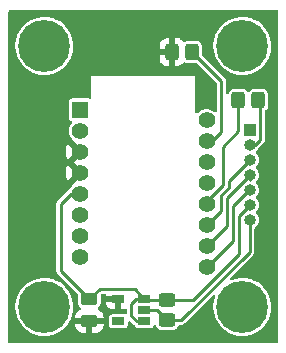
<source format=gbr>
G04 #@! TF.GenerationSoftware,KiCad,Pcbnew,(5.99.0-8366-gd64f1b3b25)*
G04 #@! TF.CreationDate,2021-01-13T01:42:35+02:00*
G04 #@! TF.ProjectId,board,626f6172-642e-46b6-9963-61645f706362,1.0.0*
G04 #@! TF.SameCoordinates,Original*
G04 #@! TF.FileFunction,Copper,L2,Bot*
G04 #@! TF.FilePolarity,Positive*
%FSLAX46Y46*%
G04 Gerber Fmt 4.6, Leading zero omitted, Abs format (unit mm)*
G04 Created by KiCad (PCBNEW (5.99.0-8366-gd64f1b3b25)) date 2021-01-13 01:42:35*
%MOMM*%
%LPD*%
G01*
G04 APERTURE LIST*
G04 Aperture macros list*
%AMRoundRect*
0 Rectangle with rounded corners*
0 $1 Rounding radius*
0 $2 $3 $4 $5 $6 $7 $8 $9 X,Y pos of 4 corners*
0 Add a 4 corners polygon primitive as box body*
4,1,4,$2,$3,$4,$5,$6,$7,$8,$9,$2,$3,0*
0 Add four circle primitives for the rounded corners*
1,1,$1+$1,$2,$3*
1,1,$1+$1,$4,$5*
1,1,$1+$1,$6,$7*
1,1,$1+$1,$8,$9*
0 Add four rect primitives between the rounded corners*
20,1,$1+$1,$2,$3,$4,$5,0*
20,1,$1+$1,$4,$5,$6,$7,0*
20,1,$1+$1,$6,$7,$8,$9,0*
20,1,$1+$1,$8,$9,$2,$3,0*%
G04 Aperture macros list end*
G04 #@! TA.AperFunction,ComponentPad*
%ADD10C,0.700000*%
G04 #@! TD*
G04 #@! TA.AperFunction,ComponentPad*
%ADD11C,4.400000*%
G04 #@! TD*
G04 #@! TA.AperFunction,ComponentPad*
%ADD12R,1.000000X1.000000*%
G04 #@! TD*
G04 #@! TA.AperFunction,ComponentPad*
%ADD13O,1.000000X1.000000*%
G04 #@! TD*
G04 #@! TA.AperFunction,ComponentPad*
%ADD14R,1.400000X1.400000*%
G04 #@! TD*
G04 #@! TA.AperFunction,ComponentPad*
%ADD15C,1.400000*%
G04 #@! TD*
G04 #@! TA.AperFunction,SMDPad,CuDef*
%ADD16RoundRect,0.250000X-0.450000X0.325000X-0.450000X-0.325000X0.450000X-0.325000X0.450000X0.325000X0*%
G04 #@! TD*
G04 #@! TA.AperFunction,SMDPad,CuDef*
%ADD17RoundRect,0.250000X-0.325000X-0.450000X0.325000X-0.450000X0.325000X0.450000X-0.325000X0.450000X0*%
G04 #@! TD*
G04 #@! TA.AperFunction,SMDPad,CuDef*
%ADD18R,1.060000X0.650000*%
G04 #@! TD*
G04 #@! TA.AperFunction,SMDPad,CuDef*
%ADD19RoundRect,0.250000X-0.450000X0.262500X-0.450000X-0.262500X0.450000X-0.262500X0.450000X0.262500X0*%
G04 #@! TD*
G04 #@! TA.AperFunction,Conductor*
%ADD20C,0.254000*%
G04 #@! TD*
G04 APERTURE END LIST*
D10*
X118213274Y-71223274D03*
X119380000Y-74040000D03*
X120546726Y-71223274D03*
X118213274Y-73556726D03*
X117730000Y-72390000D03*
X121030000Y-72390000D03*
D11*
X119380000Y-72390000D03*
D10*
X119380000Y-70740000D03*
X120546726Y-73556726D03*
X136144000Y-74040000D03*
D11*
X136144000Y-72390000D03*
D10*
X136144000Y-70740000D03*
X137310726Y-71223274D03*
X134977274Y-73556726D03*
X134977274Y-71223274D03*
X134494000Y-72390000D03*
X137794000Y-72390000D03*
X137310726Y-73556726D03*
D12*
X136779000Y-57404000D03*
D13*
X136779000Y-58674000D03*
X136779000Y-59944000D03*
X136779000Y-61214000D03*
X136779000Y-62484000D03*
X136779000Y-63754000D03*
X136779000Y-65024000D03*
D10*
X121030000Y-50292000D03*
X119380000Y-51942000D03*
X118213274Y-49125274D03*
X117730000Y-50292000D03*
X120546726Y-51458726D03*
X118213274Y-51458726D03*
D11*
X119380000Y-50292000D03*
D10*
X120546726Y-49125274D03*
X119380000Y-48642000D03*
D14*
X122412000Y-55681000D03*
D15*
X122412000Y-57461000D03*
X122412000Y-59241000D03*
X122412000Y-61021000D03*
X122412000Y-62801000D03*
X122412000Y-64581000D03*
X122412000Y-66361000D03*
X122412000Y-68141000D03*
X133112000Y-69031000D03*
X133112000Y-67251000D03*
X133112000Y-65471000D03*
X133112000Y-63691000D03*
X133112000Y-61911000D03*
X133112000Y-60131000D03*
X133112000Y-58351000D03*
X133112000Y-56571000D03*
D10*
X136144000Y-51942000D03*
X134494000Y-50292000D03*
X137794000Y-50292000D03*
X137310726Y-51458726D03*
D11*
X136144000Y-50292000D03*
D10*
X136144000Y-48642000D03*
X137310726Y-49125274D03*
X134977274Y-51458726D03*
X134977274Y-49125274D03*
D16*
X129794000Y-71794000D03*
X129794000Y-73494000D03*
D17*
X135802000Y-54864000D03*
X137502000Y-54864000D03*
X130214000Y-50800000D03*
X131914000Y-50800000D03*
D18*
X127846000Y-71694000D03*
X127846000Y-72644000D03*
X127846000Y-73594000D03*
X125646000Y-73594000D03*
X125646000Y-71694000D03*
D19*
X123190000Y-71731500D03*
X123190000Y-73556500D03*
D20*
X134493000Y-62063104D02*
X133112000Y-63444104D01*
X134493000Y-58801000D02*
X134493000Y-62063104D01*
X135802000Y-57492000D02*
X134493000Y-58801000D01*
X135802000Y-54864000D02*
X135802000Y-57492000D01*
X133112000Y-63444104D02*
X133112000Y-63691000D01*
X135802000Y-54864000D02*
X135770989Y-54895011D01*
X134366000Y-57531000D02*
X133546000Y-58351000D01*
X133546000Y-58351000D02*
X133112000Y-58351000D01*
X131914000Y-50800000D02*
X134366000Y-53252000D01*
X134366000Y-53252000D02*
X134366000Y-57531000D01*
X135382000Y-63847103D02*
X135382000Y-66761000D01*
X136779000Y-62484000D02*
X136745103Y-62484000D01*
X136745103Y-62484000D02*
X135382000Y-63847103D01*
X136779000Y-62484000D02*
X136525000Y-62484000D01*
X135382000Y-66761000D02*
X133112000Y-69031000D01*
X134874000Y-63119000D02*
X134874000Y-65489000D01*
X136779000Y-61214000D02*
X134874000Y-63119000D01*
X136779000Y-61214000D02*
X136745103Y-61214000D01*
X133112000Y-67070897D02*
X133112000Y-67251000D01*
X134874000Y-65489000D02*
X133112000Y-67251000D01*
X136779000Y-61214000D02*
X136779000Y-61602989D01*
X130976000Y-73494000D02*
X129794000Y-73494000D01*
X129794000Y-73494000D02*
X128944000Y-72644000D01*
X136779000Y-67691000D02*
X130976000Y-73494000D01*
X128944000Y-72644000D02*
X127846000Y-72644000D01*
X136779000Y-65024000D02*
X136779000Y-67691000D01*
X136779000Y-59944000D02*
X136779000Y-60261500D01*
X133112000Y-65135000D02*
X133112000Y-65471000D01*
X135001020Y-61721980D02*
X135001019Y-62273533D01*
X134365980Y-64217020D02*
X133112000Y-65471000D01*
X136779000Y-59944000D02*
X135001020Y-61721980D01*
X134365980Y-62908572D02*
X134365980Y-64217020D01*
X135001019Y-62273533D02*
X134365980Y-62908572D01*
X136779000Y-58674000D02*
X137194820Y-58674000D01*
X137194820Y-58674000D02*
X137668000Y-58200820D01*
X137668000Y-58200820D02*
X137668000Y-55030000D01*
X137668000Y-55030000D02*
X137502000Y-54864000D01*
X129794000Y-71794000D02*
X127946000Y-71794000D01*
X127846000Y-71694000D02*
X127018000Y-70866000D01*
X136779000Y-63754000D02*
X135890000Y-64643000D01*
X127188000Y-73594000D02*
X127846000Y-73594000D01*
X120777000Y-63627000D02*
X120777000Y-69318500D01*
X124055500Y-70866000D02*
X123190000Y-71731500D01*
X121603000Y-62801000D02*
X120777000Y-63627000D01*
X120777000Y-69318500D02*
X123190000Y-71731500D01*
X127168084Y-71694000D02*
X126746000Y-72116084D01*
X127018000Y-70866000D02*
X124055500Y-70866000D01*
X126746000Y-72116084D02*
X126746000Y-73152000D01*
X131957552Y-71794000D02*
X129794000Y-71794000D01*
X126746000Y-73152000D02*
X127188000Y-73594000D01*
X135890000Y-67861552D02*
X131957552Y-71794000D01*
X122412000Y-62801000D02*
X121603000Y-62801000D01*
X127846000Y-71694000D02*
X127168084Y-71694000D01*
X135890000Y-64643000D02*
X135890000Y-67861552D01*
G04 #@! TA.AperFunction,Conductor*
G36*
X139134121Y-47264002D02*
G01*
X139180614Y-47317658D01*
X139192000Y-47370000D01*
X139192000Y-75312000D01*
X139171998Y-75380121D01*
X139118342Y-75426614D01*
X139066000Y-75438000D01*
X116458000Y-75438000D01*
X116389879Y-75417998D01*
X116343386Y-75364342D01*
X116332000Y-75312000D01*
X116332000Y-72497282D01*
X116922841Y-72497282D01*
X116956389Y-72808630D01*
X117029227Y-73113192D01*
X117140174Y-73406030D01*
X117287430Y-73682398D01*
X117468610Y-73937814D01*
X117680775Y-74168138D01*
X117683848Y-74170721D01*
X117683850Y-74170723D01*
X117801626Y-74269724D01*
X117920486Y-74369636D01*
X117923860Y-74371806D01*
X117923861Y-74371807D01*
X118180489Y-74536876D01*
X118183858Y-74539043D01*
X118263616Y-74577000D01*
X118462551Y-74671674D01*
X118466621Y-74673611D01*
X118764190Y-74771159D01*
X118768116Y-74771912D01*
X118768122Y-74771913D01*
X118910077Y-74799120D01*
X119071743Y-74830106D01*
X119075742Y-74830354D01*
X119075749Y-74830355D01*
X119380279Y-74849247D01*
X119384293Y-74849496D01*
X119696773Y-74829015D01*
X119700712Y-74828246D01*
X119700718Y-74828245D01*
X120000183Y-74769764D01*
X120000191Y-74769762D01*
X120004118Y-74768995D01*
X120301345Y-74670409D01*
X120583636Y-74534854D01*
X120846415Y-74364530D01*
X120894882Y-74323500D01*
X121082359Y-74164788D01*
X121085422Y-74162195D01*
X121287676Y-73941087D01*
X121294070Y-73934097D01*
X121294071Y-73934095D01*
X121296782Y-73931132D01*
X121372181Y-73824048D01*
X121982000Y-73824048D01*
X121982000Y-73858223D01*
X121982424Y-73865524D01*
X121996617Y-73987255D01*
X121999963Y-74001410D01*
X122055263Y-74153761D01*
X122061773Y-74166760D01*
X122150641Y-74302306D01*
X122159965Y-74313458D01*
X122277629Y-74424922D01*
X122289276Y-74433635D01*
X122429429Y-74515043D01*
X122442754Y-74520837D01*
X122598700Y-74568068D01*
X122611323Y-74570516D01*
X122681184Y-74576751D01*
X122686779Y-74577000D01*
X122917885Y-74577000D01*
X122933124Y-74572525D01*
X122934329Y-74571135D01*
X122936000Y-74563452D01*
X122936000Y-73828615D01*
X122934659Y-73824048D01*
X123444000Y-73824048D01*
X123444000Y-74558885D01*
X123448475Y-74574124D01*
X123449865Y-74575329D01*
X123457548Y-74577000D01*
X123679223Y-74577000D01*
X123686524Y-74576576D01*
X123808255Y-74562383D01*
X123822410Y-74559037D01*
X123974761Y-74503737D01*
X123987760Y-74497227D01*
X124123306Y-74408359D01*
X124134458Y-74399035D01*
X124245922Y-74281371D01*
X124254635Y-74269724D01*
X124336043Y-74129571D01*
X124341837Y-74116246D01*
X124389068Y-73960300D01*
X124391516Y-73947677D01*
X124397751Y-73877816D01*
X124398000Y-73872221D01*
X124398000Y-73828615D01*
X124393525Y-73813376D01*
X124392135Y-73812171D01*
X124384452Y-73810500D01*
X123462115Y-73810500D01*
X123446876Y-73814975D01*
X123445671Y-73816365D01*
X123444000Y-73824048D01*
X122934659Y-73824048D01*
X122931525Y-73813376D01*
X122930135Y-73812171D01*
X122922452Y-73810500D01*
X122000115Y-73810500D01*
X121984876Y-73814975D01*
X121983671Y-73816365D01*
X121982000Y-73824048D01*
X121372181Y-73824048D01*
X121477068Y-73675085D01*
X121623359Y-73398206D01*
X121733283Y-73104982D01*
X121738493Y-73082858D01*
X121804137Y-72804075D01*
X121805057Y-72800168D01*
X121831315Y-72548229D01*
X121837245Y-72491335D01*
X121837245Y-72491330D01*
X121837519Y-72488704D01*
X121839500Y-72390000D01*
X121826371Y-72184194D01*
X121819820Y-72081494D01*
X121819819Y-72081490D01*
X121819564Y-72077485D01*
X121817983Y-72069309D01*
X121760843Y-71773972D01*
X121760842Y-71773968D01*
X121760081Y-71770035D01*
X121662013Y-71472637D01*
X121645612Y-71438329D01*
X121528688Y-71193740D01*
X121528686Y-71193737D01*
X121526952Y-71190109D01*
X121475683Y-71110707D01*
X121359260Y-70930399D01*
X121359255Y-70930393D01*
X121357086Y-70927033D01*
X121155169Y-70687674D01*
X121016740Y-70560605D01*
X120927433Y-70478626D01*
X120927431Y-70478624D01*
X120924475Y-70475911D01*
X120668743Y-70295178D01*
X120392120Y-70148404D01*
X120388363Y-70146988D01*
X120102849Y-70039385D01*
X120102843Y-70039383D01*
X120099088Y-70037968D01*
X119952728Y-70003235D01*
X119798316Y-69966591D01*
X119798311Y-69966590D01*
X119794400Y-69965662D01*
X119482993Y-69932657D01*
X119478992Y-69932744D01*
X119478985Y-69932744D01*
X119173934Y-69939401D01*
X119173929Y-69939401D01*
X119169917Y-69939489D01*
X119165946Y-69940086D01*
X118864217Y-69985449D01*
X118864215Y-69985449D01*
X118860247Y-69986046D01*
X118856389Y-69987141D01*
X118856386Y-69987142D01*
X118743330Y-70019240D01*
X118559002Y-70071573D01*
X118271067Y-70194685D01*
X118267613Y-70196715D01*
X118267606Y-70196719D01*
X118124814Y-70280663D01*
X118001108Y-70353386D01*
X117753503Y-70545102D01*
X117532266Y-70766726D01*
X117529812Y-70769907D01*
X117529811Y-70769908D01*
X117343522Y-71011373D01*
X117340982Y-71014665D01*
X117338945Y-71018144D01*
X117204505Y-71247751D01*
X117182753Y-71284900D01*
X117181185Y-71288585D01*
X117181183Y-71288589D01*
X117133049Y-71401712D01*
X117060144Y-71573050D01*
X116975142Y-71874443D01*
X116929126Y-72184194D01*
X116929046Y-72188203D01*
X116929045Y-72188209D01*
X116923594Y-72459792D01*
X116922841Y-72497282D01*
X116332000Y-72497282D01*
X116332000Y-69300293D01*
X120390930Y-69300293D01*
X120392154Y-69310633D01*
X120394627Y-69331532D01*
X120395018Y-69338163D01*
X120395072Y-69338159D01*
X120395500Y-69343335D01*
X120395500Y-69348540D01*
X120396355Y-69353676D01*
X120398954Y-69369294D01*
X120399791Y-69375170D01*
X120405846Y-69426330D01*
X120409828Y-69434623D01*
X120411338Y-69443694D01*
X120416281Y-69452855D01*
X120416282Y-69452858D01*
X120435798Y-69489026D01*
X120438475Y-69494279D01*
X120460785Y-69540739D01*
X120466415Y-69547438D01*
X120468351Y-69549374D01*
X120468371Y-69549396D01*
X120471605Y-69555389D01*
X120479251Y-69562457D01*
X120506321Y-69587480D01*
X120509887Y-69590910D01*
X122201826Y-71282848D01*
X122235851Y-71345160D01*
X122236597Y-71392017D01*
X122236096Y-71393691D01*
X122235500Y-71401712D01*
X122235500Y-72028914D01*
X122240111Y-72061113D01*
X122243571Y-72085269D01*
X122250979Y-72137000D01*
X122310771Y-72268504D01*
X122405067Y-72377941D01*
X122421677Y-72388707D01*
X122467958Y-72442543D01*
X122477787Y-72512856D01*
X122448042Y-72577321D01*
X122409558Y-72607101D01*
X122392236Y-72615775D01*
X122256694Y-72704641D01*
X122245542Y-72713965D01*
X122134078Y-72831629D01*
X122125365Y-72843276D01*
X122043957Y-72983429D01*
X122038163Y-72996754D01*
X121990932Y-73152700D01*
X121988484Y-73165323D01*
X121982249Y-73235184D01*
X121982000Y-73240779D01*
X121982000Y-73284385D01*
X121986475Y-73299624D01*
X121987865Y-73300829D01*
X121995548Y-73302500D01*
X124379885Y-73302500D01*
X124395124Y-73298025D01*
X124396329Y-73296635D01*
X124398000Y-73288952D01*
X124398000Y-73254777D01*
X124397576Y-73247476D01*
X124383383Y-73125745D01*
X124380037Y-73111590D01*
X124324737Y-72959239D01*
X124318227Y-72946240D01*
X124229359Y-72810694D01*
X124220035Y-72799542D01*
X124102371Y-72688078D01*
X124090724Y-72679365D01*
X123960929Y-72603973D01*
X123912071Y-72552462D01*
X123898817Y-72482713D01*
X123925377Y-72416872D01*
X123941968Y-72399566D01*
X124017137Y-72334797D01*
X124017142Y-72334792D01*
X124023941Y-72328933D01*
X124102513Y-72207711D01*
X124143904Y-72069309D01*
X124144500Y-72061288D01*
X124144500Y-71961548D01*
X124603000Y-71961548D01*
X124603000Y-72016743D01*
X124603161Y-72021250D01*
X124607740Y-72085269D01*
X124610126Y-72098491D01*
X124646819Y-72223458D01*
X124654233Y-72239692D01*
X124723426Y-72347360D01*
X124735112Y-72360847D01*
X124831840Y-72444662D01*
X124846848Y-72454307D01*
X124963275Y-72507477D01*
X124980388Y-72512502D01*
X125111554Y-72531361D01*
X125120495Y-72532000D01*
X125373885Y-72532000D01*
X125389124Y-72527525D01*
X125390329Y-72526135D01*
X125392000Y-72518452D01*
X125392000Y-71966115D01*
X125387525Y-71950876D01*
X125386135Y-71949671D01*
X125378452Y-71948000D01*
X124621115Y-71948000D01*
X124605876Y-71952475D01*
X124604671Y-71953865D01*
X124603000Y-71961548D01*
X124144500Y-71961548D01*
X124144500Y-71434086D01*
X124138707Y-71393637D01*
X124148851Y-71323371D01*
X124174340Y-71286683D01*
X124176618Y-71284405D01*
X124238930Y-71250379D01*
X124265713Y-71247500D01*
X124477000Y-71247500D01*
X124545121Y-71267502D01*
X124591614Y-71321158D01*
X124603000Y-71373500D01*
X124603000Y-71421885D01*
X124607475Y-71437124D01*
X124608865Y-71438329D01*
X124616548Y-71440000D01*
X125774000Y-71440000D01*
X125842121Y-71460002D01*
X125888614Y-71513658D01*
X125900000Y-71566000D01*
X125900000Y-72513885D01*
X125904475Y-72529124D01*
X125905865Y-72530329D01*
X125913548Y-72532000D01*
X126173743Y-72532000D01*
X126178253Y-72531839D01*
X126229512Y-72528173D01*
X126298886Y-72543265D01*
X126349088Y-72593467D01*
X126364500Y-72653852D01*
X126364500Y-72893463D01*
X126344498Y-72961584D01*
X126290842Y-73008077D01*
X126213920Y-73017042D01*
X126182071Y-73010707D01*
X126182065Y-73010706D01*
X126176000Y-73009500D01*
X125116000Y-73009500D01*
X125016694Y-73029253D01*
X124932506Y-73085506D01*
X124876253Y-73169694D01*
X124856500Y-73269000D01*
X124856500Y-73919000D01*
X124876253Y-74018306D01*
X124932506Y-74102494D01*
X125016694Y-74158747D01*
X125116000Y-74178500D01*
X126176000Y-74178500D01*
X126275306Y-74158747D01*
X126359494Y-74102494D01*
X126415747Y-74018306D01*
X126435500Y-73919000D01*
X126435500Y-73685214D01*
X126455502Y-73617093D01*
X126509158Y-73570600D01*
X126579432Y-73560496D01*
X126644012Y-73589990D01*
X126650595Y-73596118D01*
X126880869Y-73826391D01*
X126893932Y-73842567D01*
X126896487Y-73845375D01*
X126902133Y-73854119D01*
X126910308Y-73860564D01*
X126910310Y-73860566D01*
X126926844Y-73873600D01*
X126931806Y-73878010D01*
X126931842Y-73877968D01*
X126935799Y-73881321D01*
X126939480Y-73885002D01*
X126943712Y-73888026D01*
X126956598Y-73897235D01*
X126961344Y-73900798D01*
X127001802Y-73932693D01*
X127010483Y-73935741D01*
X127017963Y-73941087D01*
X127018664Y-73941297D01*
X127065908Y-73988797D01*
X127071567Y-74000666D01*
X127073832Y-74006134D01*
X127076253Y-74018306D01*
X127132506Y-74102494D01*
X127216694Y-74158747D01*
X127316000Y-74178500D01*
X128376000Y-74178500D01*
X128475306Y-74158747D01*
X128559494Y-74102494D01*
X128615747Y-74018306D01*
X128620013Y-73996859D01*
X128652919Y-73933949D01*
X128714614Y-73898817D01*
X128785509Y-73902616D01*
X128843095Y-73944140D01*
X128858292Y-73969287D01*
X128914771Y-74093504D01*
X128920631Y-74100305D01*
X128934367Y-74116246D01*
X129009067Y-74202941D01*
X129130289Y-74281513D01*
X129199816Y-74302306D01*
X129262150Y-74320948D01*
X129262152Y-74320948D01*
X129268691Y-74322904D01*
X129276712Y-74323500D01*
X130278914Y-74323500D01*
X130321403Y-74317415D01*
X130378107Y-74309295D01*
X130378110Y-74309294D01*
X130387000Y-74308021D01*
X130395176Y-74304304D01*
X130395178Y-74304303D01*
X130445613Y-74281371D01*
X130518504Y-74248229D01*
X130627941Y-74153933D01*
X130706513Y-74032711D01*
X130709085Y-74024109D01*
X130709087Y-74024106D01*
X130726644Y-73965398D01*
X130765326Y-73905864D01*
X130830053Y-73876694D01*
X130847361Y-73875500D01*
X130923155Y-73875500D01*
X130943828Y-73877700D01*
X130947613Y-73877878D01*
X130957793Y-73880070D01*
X130989032Y-73876373D01*
X130995663Y-73875982D01*
X130995659Y-73875928D01*
X131000835Y-73875500D01*
X131006040Y-73875500D01*
X131026792Y-73872046D01*
X131032670Y-73871209D01*
X131073490Y-73866378D01*
X131073491Y-73866378D01*
X131083830Y-73865154D01*
X131092123Y-73861172D01*
X131101194Y-73859662D01*
X131110355Y-73854719D01*
X131110358Y-73854718D01*
X131146526Y-73835202D01*
X131151779Y-73832525D01*
X131198239Y-73810215D01*
X131204938Y-73804585D01*
X131206874Y-73802649D01*
X131206896Y-73802629D01*
X131212889Y-73799395D01*
X131244981Y-73764678D01*
X131248410Y-73761113D01*
X133651850Y-71357673D01*
X133714162Y-71323647D01*
X133784977Y-71328712D01*
X133841813Y-71371259D01*
X133866624Y-71437779D01*
X133856886Y-71496101D01*
X133824144Y-71573050D01*
X133739142Y-71874443D01*
X133693126Y-72184194D01*
X133693046Y-72188203D01*
X133693045Y-72188209D01*
X133687594Y-72459792D01*
X133686841Y-72497282D01*
X133720389Y-72808630D01*
X133793227Y-73113192D01*
X133904174Y-73406030D01*
X134051430Y-73682398D01*
X134232610Y-73937814D01*
X134444775Y-74168138D01*
X134447848Y-74170721D01*
X134447850Y-74170723D01*
X134565626Y-74269724D01*
X134684486Y-74369636D01*
X134687860Y-74371806D01*
X134687861Y-74371807D01*
X134944489Y-74536876D01*
X134947858Y-74539043D01*
X135027616Y-74577000D01*
X135226551Y-74671674D01*
X135230621Y-74673611D01*
X135528190Y-74771159D01*
X135532116Y-74771912D01*
X135532122Y-74771913D01*
X135674077Y-74799120D01*
X135835743Y-74830106D01*
X135839742Y-74830354D01*
X135839749Y-74830355D01*
X136144279Y-74849247D01*
X136148293Y-74849496D01*
X136460773Y-74829015D01*
X136464712Y-74828246D01*
X136464718Y-74828245D01*
X136764183Y-74769764D01*
X136764191Y-74769762D01*
X136768118Y-74768995D01*
X137065345Y-74670409D01*
X137347636Y-74534854D01*
X137610415Y-74364530D01*
X137658882Y-74323500D01*
X137846359Y-74164788D01*
X137849422Y-74162195D01*
X138051676Y-73941087D01*
X138058070Y-73934097D01*
X138058071Y-73934095D01*
X138060782Y-73931132D01*
X138241068Y-73675085D01*
X138387359Y-73398206D01*
X138497283Y-73104982D01*
X138502493Y-73082858D01*
X138568137Y-72804075D01*
X138569057Y-72800168D01*
X138595315Y-72548229D01*
X138601245Y-72491335D01*
X138601245Y-72491330D01*
X138601519Y-72488704D01*
X138603500Y-72390000D01*
X138590371Y-72184194D01*
X138583820Y-72081494D01*
X138583819Y-72081490D01*
X138583564Y-72077485D01*
X138581983Y-72069309D01*
X138524843Y-71773972D01*
X138524842Y-71773968D01*
X138524081Y-71770035D01*
X138426013Y-71472637D01*
X138409612Y-71438329D01*
X138292688Y-71193740D01*
X138292686Y-71193737D01*
X138290952Y-71190109D01*
X138239683Y-71110707D01*
X138123260Y-70930399D01*
X138123255Y-70930393D01*
X138121086Y-70927033D01*
X137919169Y-70687674D01*
X137780740Y-70560605D01*
X137691433Y-70478626D01*
X137691431Y-70478624D01*
X137688475Y-70475911D01*
X137432743Y-70295178D01*
X137156120Y-70148404D01*
X137152363Y-70146988D01*
X136866849Y-70039385D01*
X136866843Y-70039383D01*
X136863088Y-70037968D01*
X136716728Y-70003235D01*
X136562316Y-69966591D01*
X136562311Y-69966590D01*
X136558400Y-69965662D01*
X136246993Y-69932657D01*
X136242992Y-69932744D01*
X136242985Y-69932744D01*
X135937934Y-69939401D01*
X135937929Y-69939401D01*
X135933917Y-69939489D01*
X135929946Y-69940086D01*
X135628217Y-69985449D01*
X135628215Y-69985449D01*
X135624247Y-69986046D01*
X135620389Y-69987141D01*
X135620386Y-69987142D01*
X135507330Y-70019240D01*
X135323002Y-70071573D01*
X135319314Y-70073150D01*
X135250553Y-70102550D01*
X135180054Y-70110940D01*
X135116210Y-70079883D01*
X135079292Y-70019240D01*
X135081021Y-69948264D01*
X135111922Y-69897601D01*
X137011393Y-67998130D01*
X137027566Y-67985068D01*
X137030371Y-67982515D01*
X137039119Y-67976867D01*
X137045564Y-67968692D01*
X137045566Y-67968690D01*
X137058596Y-67952161D01*
X137063011Y-67947193D01*
X137062969Y-67947158D01*
X137066322Y-67943201D01*
X137070003Y-67939520D01*
X137082244Y-67922391D01*
X137085807Y-67917645D01*
X137111245Y-67885378D01*
X137111246Y-67885375D01*
X137117693Y-67877198D01*
X137120741Y-67868518D01*
X137126087Y-67861037D01*
X137129071Y-67851059D01*
X137129073Y-67851055D01*
X137140838Y-67811714D01*
X137142673Y-67806066D01*
X137157118Y-67764933D01*
X137157119Y-67764930D01*
X137159745Y-67757451D01*
X137160500Y-67748733D01*
X137160500Y-67746024D01*
X137160503Y-67745959D01*
X137162452Y-67739441D01*
X137160597Y-67692230D01*
X137160500Y-67687284D01*
X137160500Y-65748739D01*
X137180502Y-65680618D01*
X137212619Y-65646672D01*
X137217962Y-65642804D01*
X137224350Y-65639227D01*
X137353938Y-65520273D01*
X137452685Y-65374698D01*
X137515294Y-65210311D01*
X137534400Y-65066160D01*
X137537894Y-65039794D01*
X137537894Y-65039792D01*
X137538406Y-65035930D01*
X137538500Y-65024000D01*
X137518129Y-64849277D01*
X137458110Y-64683927D01*
X137361662Y-64536819D01*
X137356351Y-64531788D01*
X137356347Y-64531783D01*
X137302331Y-64480614D01*
X137266632Y-64419245D01*
X137269779Y-64348319D01*
X137303777Y-64296319D01*
X137348546Y-64255224D01*
X137348552Y-64255217D01*
X137353938Y-64250273D01*
X137452685Y-64104698D01*
X137515294Y-63940311D01*
X137522472Y-63886157D01*
X137537894Y-63769794D01*
X137537894Y-63769792D01*
X137538406Y-63765930D01*
X137538500Y-63754000D01*
X137537815Y-63748119D01*
X137518977Y-63586550D01*
X137518129Y-63579277D01*
X137458110Y-63413927D01*
X137361662Y-63266819D01*
X137356351Y-63261788D01*
X137356347Y-63261783D01*
X137302331Y-63210614D01*
X137266632Y-63149245D01*
X137269779Y-63078319D01*
X137303777Y-63026319D01*
X137348546Y-62985224D01*
X137348552Y-62985217D01*
X137353938Y-62980273D01*
X137452685Y-62834698D01*
X137515294Y-62670311D01*
X137531435Y-62548531D01*
X137537894Y-62499794D01*
X137537894Y-62499792D01*
X137538406Y-62495930D01*
X137538438Y-62491934D01*
X137538469Y-62487914D01*
X137538500Y-62484000D01*
X137532827Y-62435338D01*
X137518977Y-62316550D01*
X137518129Y-62309277D01*
X137472623Y-62183910D01*
X137460607Y-62150806D01*
X137458110Y-62143927D01*
X137361662Y-61996819D01*
X137356351Y-61991788D01*
X137356347Y-61991783D01*
X137302331Y-61940614D01*
X137266632Y-61879245D01*
X137269779Y-61808319D01*
X137303777Y-61756319D01*
X137348546Y-61715224D01*
X137348552Y-61715217D01*
X137353938Y-61710273D01*
X137452685Y-61564698D01*
X137515294Y-61400311D01*
X137525103Y-61326306D01*
X137537894Y-61229794D01*
X137537894Y-61229792D01*
X137538406Y-61225930D01*
X137538500Y-61214000D01*
X137531132Y-61150798D01*
X137518977Y-61046550D01*
X137518129Y-61039277D01*
X137479155Y-60931905D01*
X137460607Y-60880806D01*
X137458110Y-60873927D01*
X137361662Y-60726819D01*
X137356351Y-60721788D01*
X137356347Y-60721783D01*
X137302331Y-60670614D01*
X137266632Y-60609245D01*
X137269779Y-60538319D01*
X137303777Y-60486319D01*
X137348546Y-60445224D01*
X137348552Y-60445217D01*
X137353938Y-60440273D01*
X137452685Y-60294698D01*
X137515294Y-60130311D01*
X137538406Y-59955930D01*
X137538500Y-59944000D01*
X137537809Y-59938066D01*
X137518977Y-59776550D01*
X137518129Y-59769277D01*
X137515631Y-59762395D01*
X137460607Y-59610806D01*
X137458110Y-59603927D01*
X137361662Y-59456819D01*
X137356351Y-59451788D01*
X137356347Y-59451783D01*
X137302331Y-59400614D01*
X137266632Y-59339245D01*
X137269779Y-59268319D01*
X137303777Y-59216319D01*
X137348546Y-59175224D01*
X137348552Y-59175217D01*
X137353938Y-59170273D01*
X137452685Y-59024698D01*
X137485561Y-58938378D01*
X137514214Y-58894129D01*
X137900391Y-58507951D01*
X137916567Y-58494888D01*
X137919375Y-58492333D01*
X137928119Y-58486687D01*
X137934564Y-58478512D01*
X137934566Y-58478510D01*
X137947600Y-58461976D01*
X137952011Y-58457013D01*
X137951969Y-58456977D01*
X137955323Y-58453019D01*
X137959003Y-58449339D01*
X137962025Y-58445111D01*
X137962032Y-58445102D01*
X137971250Y-58432203D01*
X137974812Y-58427459D01*
X138000245Y-58395197D01*
X138006693Y-58387018D01*
X138009741Y-58378338D01*
X138015088Y-58370856D01*
X138029845Y-58321512D01*
X138031680Y-58315864D01*
X138046119Y-58274750D01*
X138046120Y-58274746D01*
X138048745Y-58267271D01*
X138049500Y-58258553D01*
X138049500Y-58255812D01*
X138049501Y-58255787D01*
X138051453Y-58249261D01*
X138049597Y-58202025D01*
X138049500Y-58197079D01*
X138049500Y-55843960D01*
X138069502Y-55775839D01*
X138101818Y-55743594D01*
X138101504Y-55743229D01*
X138106488Y-55738935D01*
X138106491Y-55738932D01*
X138210941Y-55648933D01*
X138289513Y-55527711D01*
X138330904Y-55389309D01*
X138331500Y-55381288D01*
X138331500Y-54379086D01*
X138324127Y-54327601D01*
X138317295Y-54279893D01*
X138317294Y-54279890D01*
X138316021Y-54271000D01*
X138256229Y-54139496D01*
X138161933Y-54030059D01*
X138040711Y-53951487D01*
X137943793Y-53922502D01*
X137908850Y-53912052D01*
X137908848Y-53912052D01*
X137902309Y-53910096D01*
X137894288Y-53909500D01*
X137142086Y-53909500D01*
X137099597Y-53915585D01*
X137042893Y-53923705D01*
X137042890Y-53923706D01*
X137034000Y-53924979D01*
X137025824Y-53928696D01*
X137025822Y-53928697D01*
X136981358Y-53948914D01*
X136902496Y-53984771D01*
X136793059Y-54079067D01*
X136760078Y-54129951D01*
X136706245Y-54176232D01*
X136635932Y-54186063D01*
X136571467Y-54156319D01*
X136556659Y-54139125D01*
X136556229Y-54139496D01*
X136510648Y-54086596D01*
X136461933Y-54030059D01*
X136340711Y-53951487D01*
X136243793Y-53922502D01*
X136208850Y-53912052D01*
X136208848Y-53912052D01*
X136202309Y-53910096D01*
X136194288Y-53909500D01*
X135442086Y-53909500D01*
X135399597Y-53915585D01*
X135342893Y-53923705D01*
X135342890Y-53923706D01*
X135334000Y-53924979D01*
X135325824Y-53928696D01*
X135325822Y-53928697D01*
X135281358Y-53948914D01*
X135202496Y-53984771D01*
X135093059Y-54079067D01*
X135014487Y-54200289D01*
X135011915Y-54208891D01*
X135011913Y-54208894D01*
X134994217Y-54268067D01*
X134955535Y-54327601D01*
X134890808Y-54356771D01*
X134820585Y-54346316D01*
X134767163Y-54299555D01*
X134747500Y-54231965D01*
X134747500Y-53304850D01*
X134749702Y-53284160D01*
X134749880Y-53280384D01*
X134752071Y-53270207D01*
X134748373Y-53238962D01*
X134747982Y-53232335D01*
X134747928Y-53232339D01*
X134747500Y-53227160D01*
X134747500Y-53221960D01*
X134746647Y-53216834D01*
X134746646Y-53216825D01*
X134744046Y-53201205D01*
X134743209Y-53195329D01*
X134738378Y-53154510D01*
X134738378Y-53154509D01*
X134737154Y-53144170D01*
X134733172Y-53135877D01*
X134731662Y-53126806D01*
X134726717Y-53117641D01*
X134726715Y-53117636D01*
X134707208Y-53081484D01*
X134704511Y-53076191D01*
X134685647Y-53036905D01*
X134685645Y-53036901D01*
X134682216Y-53029761D01*
X134676585Y-53023062D01*
X134674647Y-53021124D01*
X134674629Y-53021105D01*
X134671395Y-53015111D01*
X134636678Y-52983019D01*
X134633113Y-52979590D01*
X132780405Y-51126882D01*
X132746379Y-51064570D01*
X132743500Y-51037787D01*
X132743500Y-50399282D01*
X133686841Y-50399282D01*
X133720389Y-50710630D01*
X133793227Y-51015192D01*
X133904174Y-51308030D01*
X134051430Y-51584398D01*
X134232610Y-51839814D01*
X134444775Y-52070138D01*
X134684486Y-52271636D01*
X134687860Y-52273806D01*
X134687861Y-52273807D01*
X134944489Y-52438876D01*
X134947858Y-52441043D01*
X135116025Y-52521074D01*
X135226551Y-52573674D01*
X135230621Y-52575611D01*
X135528190Y-52673159D01*
X135532116Y-52673912D01*
X135532122Y-52673913D01*
X135674077Y-52701120D01*
X135835743Y-52732106D01*
X135839742Y-52732354D01*
X135839749Y-52732355D01*
X136144279Y-52751247D01*
X136148293Y-52751496D01*
X136460773Y-52731015D01*
X136464712Y-52730246D01*
X136464718Y-52730245D01*
X136764183Y-52671764D01*
X136764191Y-52671762D01*
X136768118Y-52670995D01*
X137065345Y-52572409D01*
X137347636Y-52436854D01*
X137610415Y-52266530D01*
X137849422Y-52064195D01*
X138039935Y-51855922D01*
X138058070Y-51836097D01*
X138058071Y-51836095D01*
X138060782Y-51833132D01*
X138241068Y-51577085D01*
X138387359Y-51300206D01*
X138497283Y-51006982D01*
X138569057Y-50702168D01*
X138601519Y-50390704D01*
X138603500Y-50292000D01*
X138590210Y-50083670D01*
X138583820Y-49983494D01*
X138583819Y-49983490D01*
X138583564Y-49979485D01*
X138582283Y-49972859D01*
X138524843Y-49675972D01*
X138524842Y-49675968D01*
X138524081Y-49672035D01*
X138426013Y-49374637D01*
X138338030Y-49190589D01*
X138292688Y-49095740D01*
X138292686Y-49095737D01*
X138290952Y-49092109D01*
X138179916Y-48920144D01*
X138123260Y-48832399D01*
X138123255Y-48832393D01*
X138121086Y-48829033D01*
X137919169Y-48589674D01*
X137766954Y-48449950D01*
X137691433Y-48380626D01*
X137691431Y-48380624D01*
X137688475Y-48377911D01*
X137432743Y-48197178D01*
X137156120Y-48050404D01*
X137152363Y-48048988D01*
X136866849Y-47941385D01*
X136866843Y-47941383D01*
X136863088Y-47939968D01*
X136801710Y-47925402D01*
X136562316Y-47868591D01*
X136562311Y-47868590D01*
X136558400Y-47867662D01*
X136246993Y-47834657D01*
X136242992Y-47834744D01*
X136242985Y-47834744D01*
X135937934Y-47841401D01*
X135937929Y-47841401D01*
X135933917Y-47841489D01*
X135929946Y-47842086D01*
X135628217Y-47887449D01*
X135628215Y-47887449D01*
X135624247Y-47888046D01*
X135620389Y-47889141D01*
X135620386Y-47889142D01*
X135444638Y-47939039D01*
X135323002Y-47973573D01*
X135035067Y-48096685D01*
X135031613Y-48098715D01*
X135031606Y-48098719D01*
X134878396Y-48188787D01*
X134765108Y-48255386D01*
X134517503Y-48447102D01*
X134296266Y-48668726D01*
X134293812Y-48671907D01*
X134293811Y-48671908D01*
X134172590Y-48829033D01*
X134104982Y-48916665D01*
X134102945Y-48920144D01*
X134004232Y-49088734D01*
X133946753Y-49186900D01*
X133824144Y-49475050D01*
X133739142Y-49776443D01*
X133693126Y-50086194D01*
X133693046Y-50090203D01*
X133693045Y-50090209D01*
X133688899Y-50296779D01*
X133686841Y-50399282D01*
X132743500Y-50399282D01*
X132743500Y-50315086D01*
X132737415Y-50272597D01*
X132729295Y-50215893D01*
X132729294Y-50215890D01*
X132728021Y-50207000D01*
X132668229Y-50075496D01*
X132573933Y-49966059D01*
X132452711Y-49887487D01*
X132345894Y-49855542D01*
X132320850Y-49848052D01*
X132320848Y-49848052D01*
X132314309Y-49846096D01*
X132306288Y-49845500D01*
X131554086Y-49845500D01*
X131511597Y-49851585D01*
X131454893Y-49859705D01*
X131454890Y-49859706D01*
X131446000Y-49860979D01*
X131437824Y-49864696D01*
X131437822Y-49864697D01*
X131433437Y-49866691D01*
X131314496Y-49920771D01*
X131311531Y-49923326D01*
X131245813Y-49942464D01*
X131177737Y-49922311D01*
X131140720Y-49885548D01*
X131128357Y-49866691D01*
X131119035Y-49855542D01*
X131001371Y-49744078D01*
X130989724Y-49735365D01*
X130849571Y-49653957D01*
X130836246Y-49648163D01*
X130680300Y-49600932D01*
X130667677Y-49598484D01*
X130597816Y-49592249D01*
X130592221Y-49592000D01*
X130486115Y-49592000D01*
X130470876Y-49596475D01*
X130469671Y-49597865D01*
X130468000Y-49605548D01*
X130468000Y-51989885D01*
X130472475Y-52005124D01*
X130473865Y-52006329D01*
X130481548Y-52008000D01*
X130578223Y-52008000D01*
X130585524Y-52007576D01*
X130707255Y-51993383D01*
X130721410Y-51990037D01*
X130873761Y-51934737D01*
X130886760Y-51928227D01*
X131022306Y-51839359D01*
X131033458Y-51830035D01*
X131144922Y-51712371D01*
X131149507Y-51706242D01*
X131206328Y-51663676D01*
X131277142Y-51658587D01*
X131318933Y-51675985D01*
X131375289Y-51712513D01*
X131444816Y-51733306D01*
X131507150Y-51751948D01*
X131507152Y-51751948D01*
X131513691Y-51753904D01*
X131521712Y-51754500D01*
X132273914Y-51754500D01*
X132273914Y-51755993D01*
X132337015Y-51769740D01*
X132365691Y-51791214D01*
X133947595Y-53373118D01*
X133981621Y-53435430D01*
X133984500Y-53462213D01*
X133984500Y-55783819D01*
X133964498Y-55851940D01*
X133910842Y-55898433D01*
X133840568Y-55908537D01*
X133773736Y-55876098D01*
X133773690Y-55876157D01*
X133620458Y-55757298D01*
X133446455Y-55671678D01*
X133440277Y-55670069D01*
X133440275Y-55670068D01*
X133264972Y-55624405D01*
X133264969Y-55624405D01*
X133258790Y-55622795D01*
X133175491Y-55618430D01*
X133071510Y-55612980D01*
X133071506Y-55612980D01*
X133065129Y-55612646D01*
X132925987Y-55633689D01*
X132879696Y-55640689D01*
X132879695Y-55640689D01*
X132873382Y-55641644D01*
X132867393Y-55643847D01*
X132867391Y-55643848D01*
X132796128Y-55670068D01*
X132691383Y-55708607D01*
X132526566Y-55810798D01*
X132385663Y-55944043D01*
X132382906Y-55947980D01*
X132323729Y-55986170D01*
X132252732Y-55986306D01*
X132192933Y-55948036D01*
X132163317Y-55883512D01*
X132162000Y-55865342D01*
X132162000Y-52885612D01*
X132161861Y-52885184D01*
X132161861Y-52868553D01*
X132152086Y-52855099D01*
X132152421Y-52854856D01*
X132151831Y-52854315D01*
X132146947Y-52839283D01*
X132134661Y-52830357D01*
X132134660Y-52830356D01*
X132133492Y-52829508D01*
X132133735Y-52829173D01*
X132133007Y-52828840D01*
X132123717Y-52816053D01*
X132107901Y-52810914D01*
X132108028Y-52810523D01*
X132107238Y-52810432D01*
X132094447Y-52801139D01*
X132078266Y-52801139D01*
X132077672Y-52801092D01*
X132077388Y-52801000D01*
X123446612Y-52801000D01*
X123446184Y-52801139D01*
X123429553Y-52801139D01*
X123416099Y-52810914D01*
X123415856Y-52810579D01*
X123415315Y-52811169D01*
X123400283Y-52816053D01*
X123391357Y-52828339D01*
X123391356Y-52828340D01*
X123390508Y-52829508D01*
X123390173Y-52829265D01*
X123389840Y-52829993D01*
X123377053Y-52839283D01*
X123371914Y-52855099D01*
X123371523Y-52854972D01*
X123371432Y-52855762D01*
X123362139Y-52868553D01*
X123362139Y-52884734D01*
X123362092Y-52885328D01*
X123362000Y-52885612D01*
X123362000Y-54617721D01*
X123341998Y-54685842D01*
X123288342Y-54732335D01*
X123218068Y-54742439D01*
X123211433Y-54740613D01*
X123211306Y-54741253D01*
X123118068Y-54722707D01*
X123112000Y-54721500D01*
X121712000Y-54721500D01*
X121612694Y-54741253D01*
X121528506Y-54797506D01*
X121472253Y-54881694D01*
X121452500Y-54981000D01*
X121452500Y-56381000D01*
X121472253Y-56480306D01*
X121528506Y-56564494D01*
X121612694Y-56620747D01*
X121624866Y-56623168D01*
X121636331Y-56627917D01*
X121635448Y-56630050D01*
X121683622Y-56655249D01*
X121718755Y-56716943D01*
X121714955Y-56787838D01*
X121691514Y-56828251D01*
X121690298Y-56829660D01*
X121685663Y-56834043D01*
X121574431Y-56992899D01*
X121523777Y-57109955D01*
X121501239Y-57162038D01*
X121497414Y-57170876D01*
X121496108Y-57177126D01*
X121496108Y-57177127D01*
X121460012Y-57349908D01*
X121457756Y-57360705D01*
X121457713Y-57372977D01*
X121457122Y-57542427D01*
X121457079Y-57554631D01*
X121464372Y-57590798D01*
X121492044Y-57728036D01*
X121495410Y-57744732D01*
X121497905Y-57750609D01*
X121497905Y-57750610D01*
X121563016Y-57904000D01*
X121571184Y-57923243D01*
X121681304Y-58082871D01*
X121685908Y-58087286D01*
X121720371Y-58120335D01*
X121755694Y-58181921D01*
X121758938Y-58218776D01*
X121758713Y-58222555D01*
X121766094Y-58235884D01*
X122682115Y-59151905D01*
X122716141Y-59214217D01*
X122711076Y-59285032D01*
X122682115Y-59330095D01*
X121894022Y-60118188D01*
X121886408Y-60132132D01*
X121886539Y-60133965D01*
X121890790Y-60140580D01*
X122682115Y-60931905D01*
X122716141Y-60994217D01*
X122711076Y-61065032D01*
X122682115Y-61110095D01*
X121768300Y-62023910D01*
X121760686Y-62037853D01*
X121760799Y-62039432D01*
X121745708Y-62108807D01*
X121721694Y-62139970D01*
X121685663Y-62174043D01*
X121574431Y-62332899D01*
X121571897Y-62338755D01*
X121560509Y-62365071D01*
X121515097Y-62419645D01*
X121494822Y-62429113D01*
X121495173Y-62429844D01*
X121492041Y-62431348D01*
X121485377Y-62434078D01*
X121477806Y-62435338D01*
X121468644Y-62440281D01*
X121468645Y-62440281D01*
X121432480Y-62459794D01*
X121427195Y-62462487D01*
X121380760Y-62484785D01*
X121374062Y-62490416D01*
X121372131Y-62492347D01*
X121372105Y-62492370D01*
X121366111Y-62495605D01*
X121359042Y-62503252D01*
X121359041Y-62503253D01*
X121334021Y-62530320D01*
X121330591Y-62533887D01*
X120544604Y-63319873D01*
X120528428Y-63332937D01*
X120525627Y-63335486D01*
X120516881Y-63341133D01*
X120510436Y-63349308D01*
X120510434Y-63349310D01*
X120497404Y-63365839D01*
X120492991Y-63370805D01*
X120493032Y-63370840D01*
X120489674Y-63374803D01*
X120485997Y-63378480D01*
X120473742Y-63395630D01*
X120470203Y-63400343D01*
X120464319Y-63407807D01*
X120445659Y-63431477D01*
X120438307Y-63440802D01*
X120435260Y-63449480D01*
X120429912Y-63456963D01*
X120426928Y-63466941D01*
X120426926Y-63466945D01*
X120415155Y-63506306D01*
X120413320Y-63511954D01*
X120399019Y-63552679D01*
X120396255Y-63560549D01*
X120395500Y-63569267D01*
X120395500Y-63572008D01*
X120395499Y-63572032D01*
X120393547Y-63578559D01*
X120394395Y-63600146D01*
X120395403Y-63625794D01*
X120395500Y-63630741D01*
X120395500Y-69265655D01*
X120393300Y-69286328D01*
X120393122Y-69290113D01*
X120390930Y-69300293D01*
X116332000Y-69300293D01*
X116332000Y-61091559D01*
X121201541Y-61091559D01*
X121202243Y-61102711D01*
X121233165Y-61304795D01*
X121235831Y-61315648D01*
X121302050Y-61509060D01*
X121306601Y-61519280D01*
X121386435Y-61662714D01*
X121396487Y-61672605D01*
X121404091Y-61669699D01*
X122039978Y-61033812D01*
X122047592Y-61019868D01*
X122047461Y-61018035D01*
X122043210Y-61011420D01*
X121409897Y-60378107D01*
X121397517Y-60371347D01*
X121389545Y-60377315D01*
X121334194Y-60465551D01*
X121329114Y-60475521D01*
X121252864Y-60665198D01*
X121249633Y-60675898D01*
X121208177Y-60876084D01*
X121206892Y-60887191D01*
X121201541Y-61091559D01*
X116332000Y-61091559D01*
X116332000Y-59311559D01*
X121201541Y-59311559D01*
X121202243Y-59322711D01*
X121233165Y-59524795D01*
X121235831Y-59535648D01*
X121302050Y-59729060D01*
X121306601Y-59739280D01*
X121386435Y-59882714D01*
X121396487Y-59892605D01*
X121404091Y-59889699D01*
X122039978Y-59253812D01*
X122047592Y-59239868D01*
X122047461Y-59238035D01*
X122043210Y-59231420D01*
X121409897Y-58598107D01*
X121397517Y-58591347D01*
X121389545Y-58597315D01*
X121334194Y-58685551D01*
X121329114Y-58695521D01*
X121252864Y-58885198D01*
X121249633Y-58895898D01*
X121208177Y-59096084D01*
X121206892Y-59107191D01*
X121201541Y-59311559D01*
X116332000Y-59311559D01*
X116332000Y-50399282D01*
X116922841Y-50399282D01*
X116956389Y-50710630D01*
X117029227Y-51015192D01*
X117140174Y-51308030D01*
X117287430Y-51584398D01*
X117468610Y-51839814D01*
X117680775Y-52070138D01*
X117920486Y-52271636D01*
X117923860Y-52273806D01*
X117923861Y-52273807D01*
X118180489Y-52438876D01*
X118183858Y-52441043D01*
X118352025Y-52521074D01*
X118462551Y-52573674D01*
X118466621Y-52575611D01*
X118764190Y-52673159D01*
X118768116Y-52673912D01*
X118768122Y-52673913D01*
X118910077Y-52701120D01*
X119071743Y-52732106D01*
X119075742Y-52732354D01*
X119075749Y-52732355D01*
X119380279Y-52751247D01*
X119384293Y-52751496D01*
X119696773Y-52731015D01*
X119700712Y-52730246D01*
X119700718Y-52730245D01*
X120000183Y-52671764D01*
X120000191Y-52671762D01*
X120004118Y-52670995D01*
X120301345Y-52572409D01*
X120583636Y-52436854D01*
X120846415Y-52266530D01*
X121085422Y-52064195D01*
X121275935Y-51855922D01*
X121294070Y-51836097D01*
X121294071Y-51836095D01*
X121296782Y-51833132D01*
X121477068Y-51577085D01*
X121623359Y-51300206D01*
X121710578Y-51067548D01*
X129131000Y-51067548D01*
X129131000Y-51289223D01*
X129131424Y-51296524D01*
X129145617Y-51418255D01*
X129148963Y-51432410D01*
X129204263Y-51584761D01*
X129210773Y-51597760D01*
X129299641Y-51733306D01*
X129308965Y-51744458D01*
X129426629Y-51855922D01*
X129438276Y-51864635D01*
X129578429Y-51946043D01*
X129591754Y-51951837D01*
X129747700Y-51999068D01*
X129760323Y-52001516D01*
X129830184Y-52007751D01*
X129835779Y-52008000D01*
X129941885Y-52008000D01*
X129957124Y-52003525D01*
X129958329Y-52002135D01*
X129960000Y-51994452D01*
X129960000Y-51072115D01*
X129955525Y-51056876D01*
X129954135Y-51055671D01*
X129946452Y-51054000D01*
X129149115Y-51054000D01*
X129133876Y-51058475D01*
X129132671Y-51059865D01*
X129131000Y-51067548D01*
X121710578Y-51067548D01*
X121733283Y-51006982D01*
X121805057Y-50702168D01*
X121837519Y-50390704D01*
X121839404Y-50296779D01*
X129131000Y-50296779D01*
X129131000Y-50527885D01*
X129135475Y-50543124D01*
X129136865Y-50544329D01*
X129144548Y-50546000D01*
X129941885Y-50546000D01*
X129957124Y-50541525D01*
X129958329Y-50540135D01*
X129960000Y-50532452D01*
X129960000Y-49610115D01*
X129955525Y-49594876D01*
X129954135Y-49593671D01*
X129946452Y-49592000D01*
X129849777Y-49592000D01*
X129842476Y-49592424D01*
X129720745Y-49606617D01*
X129706590Y-49609963D01*
X129554239Y-49665263D01*
X129541240Y-49671773D01*
X129405694Y-49760641D01*
X129394542Y-49769965D01*
X129283078Y-49887629D01*
X129274365Y-49899276D01*
X129192957Y-50039429D01*
X129187163Y-50052754D01*
X129139932Y-50208700D01*
X129137484Y-50221323D01*
X129131249Y-50291184D01*
X129131000Y-50296779D01*
X121839404Y-50296779D01*
X121839500Y-50292000D01*
X121826210Y-50083670D01*
X121819820Y-49983494D01*
X121819819Y-49983490D01*
X121819564Y-49979485D01*
X121818283Y-49972859D01*
X121760843Y-49675972D01*
X121760842Y-49675968D01*
X121760081Y-49672035D01*
X121662013Y-49374637D01*
X121574030Y-49190589D01*
X121528688Y-49095740D01*
X121528686Y-49095737D01*
X121526952Y-49092109D01*
X121415916Y-48920144D01*
X121359260Y-48832399D01*
X121359255Y-48832393D01*
X121357086Y-48829033D01*
X121155169Y-48589674D01*
X121002954Y-48449950D01*
X120927433Y-48380626D01*
X120927431Y-48380624D01*
X120924475Y-48377911D01*
X120668743Y-48197178D01*
X120392120Y-48050404D01*
X120388363Y-48048988D01*
X120102849Y-47941385D01*
X120102843Y-47941383D01*
X120099088Y-47939968D01*
X120037710Y-47925402D01*
X119798316Y-47868591D01*
X119798311Y-47868590D01*
X119794400Y-47867662D01*
X119482993Y-47834657D01*
X119478992Y-47834744D01*
X119478985Y-47834744D01*
X119173934Y-47841401D01*
X119173929Y-47841401D01*
X119169917Y-47841489D01*
X119165946Y-47842086D01*
X118864217Y-47887449D01*
X118864215Y-47887449D01*
X118860247Y-47888046D01*
X118856389Y-47889141D01*
X118856386Y-47889142D01*
X118680638Y-47939039D01*
X118559002Y-47973573D01*
X118271067Y-48096685D01*
X118267613Y-48098715D01*
X118267606Y-48098719D01*
X118114396Y-48188787D01*
X118001108Y-48255386D01*
X117753503Y-48447102D01*
X117532266Y-48668726D01*
X117529812Y-48671907D01*
X117529811Y-48671908D01*
X117408590Y-48829033D01*
X117340982Y-48916665D01*
X117338945Y-48920144D01*
X117240232Y-49088734D01*
X117182753Y-49186900D01*
X117060144Y-49475050D01*
X116975142Y-49776443D01*
X116929126Y-50086194D01*
X116929046Y-50090203D01*
X116929045Y-50090209D01*
X116924899Y-50296779D01*
X116922841Y-50399282D01*
X116332000Y-50399282D01*
X116332000Y-47370000D01*
X116352002Y-47301879D01*
X116405658Y-47255386D01*
X116458000Y-47244000D01*
X139066000Y-47244000D01*
X139134121Y-47264002D01*
G37*
G04 #@! TD.AperFunction*
M02*

</source>
